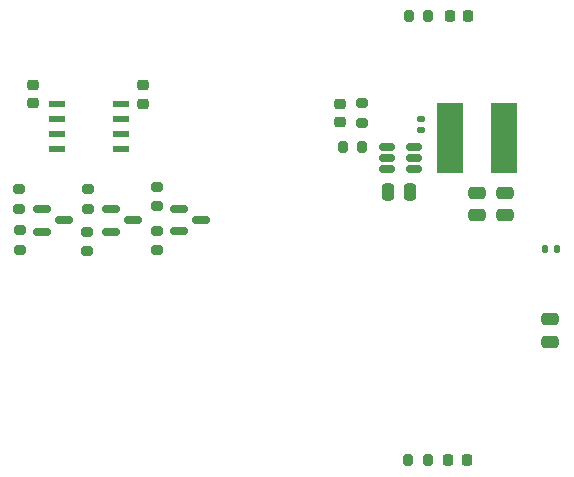
<source format=gbr>
%TF.GenerationSoftware,KiCad,Pcbnew,7.0.1-0*%
%TF.CreationDate,2023-04-18T16:08:46-04:00*%
%TF.ProjectId,rcc-pico,7263632d-7069-4636-9f2e-6b696361645f,rev?*%
%TF.SameCoordinates,Original*%
%TF.FileFunction,Paste,Top*%
%TF.FilePolarity,Positive*%
%FSLAX46Y46*%
G04 Gerber Fmt 4.6, Leading zero omitted, Abs format (unit mm)*
G04 Created by KiCad (PCBNEW 7.0.1-0) date 2023-04-18 16:08:46*
%MOMM*%
%LPD*%
G01*
G04 APERTURE LIST*
G04 Aperture macros list*
%AMRoundRect*
0 Rectangle with rounded corners*
0 $1 Rounding radius*
0 $2 $3 $4 $5 $6 $7 $8 $9 X,Y pos of 4 corners*
0 Add a 4 corners polygon primitive as box body*
4,1,4,$2,$3,$4,$5,$6,$7,$8,$9,$2,$3,0*
0 Add four circle primitives for the rounded corners*
1,1,$1+$1,$2,$3*
1,1,$1+$1,$4,$5*
1,1,$1+$1,$6,$7*
1,1,$1+$1,$8,$9*
0 Add four rect primitives between the rounded corners*
20,1,$1+$1,$2,$3,$4,$5,0*
20,1,$1+$1,$4,$5,$6,$7,0*
20,1,$1+$1,$6,$7,$8,$9,0*
20,1,$1+$1,$8,$9,$2,$3,0*%
G04 Aperture macros list end*
%ADD10RoundRect,0.140000X-0.140000X-0.170000X0.140000X-0.170000X0.140000X0.170000X-0.140000X0.170000X0*%
%ADD11RoundRect,0.140000X0.170000X-0.140000X0.170000X0.140000X-0.170000X0.140000X-0.170000X-0.140000X0*%
%ADD12R,1.460500X0.558800*%
%ADD13RoundRect,0.200000X0.275000X-0.200000X0.275000X0.200000X-0.275000X0.200000X-0.275000X-0.200000X0*%
%ADD14RoundRect,0.218750X-0.218750X-0.256250X0.218750X-0.256250X0.218750X0.256250X-0.218750X0.256250X0*%
%ADD15RoundRect,0.150000X-0.587500X-0.150000X0.587500X-0.150000X0.587500X0.150000X-0.587500X0.150000X0*%
%ADD16RoundRect,0.150000X-0.512500X-0.150000X0.512500X-0.150000X0.512500X0.150000X-0.512500X0.150000X0*%
%ADD17RoundRect,0.250000X-0.475000X0.250000X-0.475000X-0.250000X0.475000X-0.250000X0.475000X0.250000X0*%
%ADD18RoundRect,0.225000X0.250000X-0.225000X0.250000X0.225000X-0.250000X0.225000X-0.250000X-0.225000X0*%
%ADD19RoundRect,0.200000X0.200000X0.275000X-0.200000X0.275000X-0.200000X-0.275000X0.200000X-0.275000X0*%
%ADD20RoundRect,0.250000X0.475000X-0.250000X0.475000X0.250000X-0.475000X0.250000X-0.475000X-0.250000X0*%
%ADD21RoundRect,0.250000X-0.250000X-0.475000X0.250000X-0.475000X0.250000X0.475000X-0.250000X0.475000X0*%
%ADD22R,2.225000X5.950000*%
G04 APERTURE END LIST*
D10*
%TO.C,C7*%
X140775000Y-58050000D03*
X141735000Y-58050000D03*
%TD*%
D11*
%TO.C,C1*%
X130250000Y-47980000D03*
X130250000Y-47020000D03*
%TD*%
D12*
%TO.C,U2*%
X99390975Y-45772500D03*
X99390975Y-47042500D03*
X99390975Y-48312500D03*
X99390975Y-49582500D03*
X104839275Y-49582500D03*
X104839275Y-48312500D03*
X104839275Y-47042500D03*
X104839275Y-45772500D03*
%TD*%
D13*
%TO.C,R10*%
X96230000Y-52985000D03*
X96230000Y-54635000D03*
%TD*%
%TO.C,R9*%
X96250000Y-56475000D03*
X96250000Y-58125000D03*
%TD*%
%TO.C,R8*%
X102010000Y-53005000D03*
X102010000Y-54655000D03*
%TD*%
%TO.C,R7*%
X102000000Y-56565000D03*
X102000000Y-58215000D03*
%TD*%
%TO.C,R6*%
X107880000Y-52795000D03*
X107880000Y-54445000D03*
%TD*%
%TO.C,R5*%
X107850000Y-58135000D03*
X107850000Y-56485000D03*
%TD*%
D14*
%TO.C,D2*%
X132527500Y-75910000D03*
X134102500Y-75910000D03*
%TD*%
D15*
%TO.C,Q1*%
X111587500Y-55612500D03*
X109712500Y-56562500D03*
X109712500Y-54662500D03*
%TD*%
%TO.C,Q3*%
X99987500Y-55625000D03*
X98112500Y-56575000D03*
X98112500Y-54675000D03*
%TD*%
%TO.C,Q2*%
X105837500Y-55625000D03*
X103962500Y-56575000D03*
X103962500Y-54675000D03*
%TD*%
D16*
%TO.C,U1*%
X127362500Y-49400000D03*
X127362500Y-50350000D03*
X127362500Y-51300000D03*
X129637500Y-51300000D03*
X129637500Y-50350000D03*
X129637500Y-49400000D03*
%TD*%
D13*
%TO.C,R1*%
X125250000Y-47350000D03*
X125250000Y-45700000D03*
%TD*%
D14*
%TO.C,D1*%
X132687500Y-38350000D03*
X134262500Y-38350000D03*
%TD*%
D17*
%TO.C,C2*%
X137335000Y-53275000D03*
X137335000Y-55175000D03*
%TD*%
D18*
%TO.C,C9*%
X106690125Y-45747500D03*
X106690125Y-44197500D03*
%TD*%
D19*
%TO.C,R4*%
X129145000Y-75890000D03*
X130795000Y-75890000D03*
%TD*%
D20*
%TO.C,C5*%
X141127500Y-65900000D03*
X141127500Y-64000000D03*
%TD*%
D19*
%TO.C,R2*%
X125275000Y-49400000D03*
X123625000Y-49400000D03*
%TD*%
%TO.C,R3*%
X130850000Y-38350000D03*
X129200000Y-38350000D03*
%TD*%
D21*
%TO.C,C4*%
X127450000Y-53225000D03*
X129350000Y-53225000D03*
%TD*%
D22*
%TO.C,L1*%
X132675000Y-48675000D03*
X137275000Y-48675000D03*
%TD*%
D18*
%TO.C,C6*%
X123375000Y-47300000D03*
X123375000Y-45750000D03*
%TD*%
D17*
%TO.C,C3*%
X135000000Y-53300000D03*
X135000000Y-55200000D03*
%TD*%
D18*
%TO.C,C8*%
X97425000Y-45725000D03*
X97425000Y-44175000D03*
%TD*%
M02*

</source>
